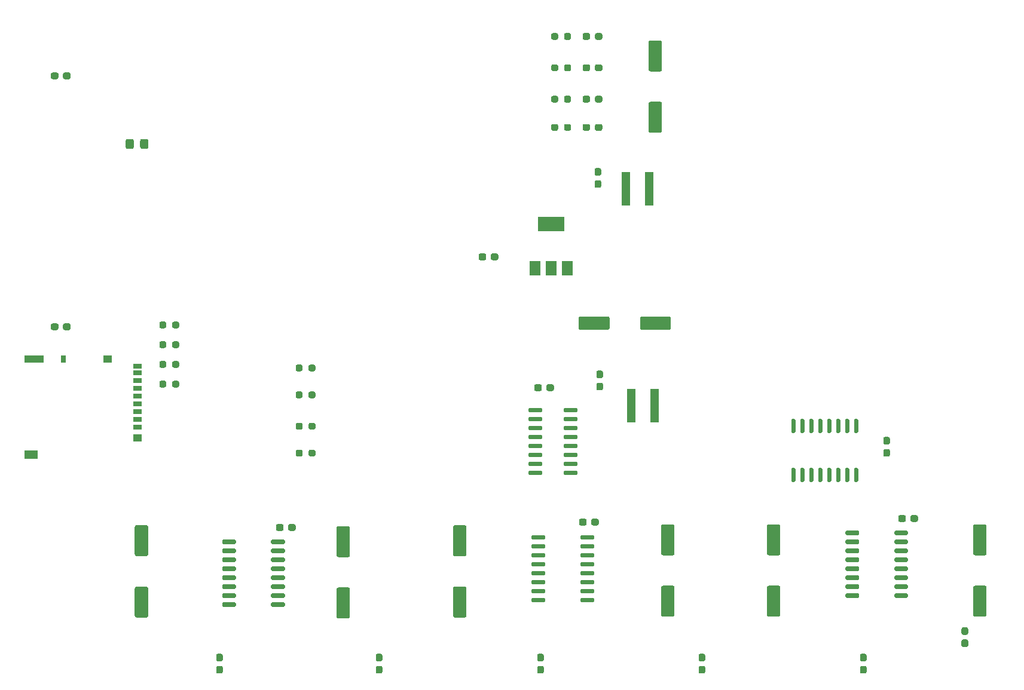
<source format=gtp>
G04 #@! TF.GenerationSoftware,KiCad,Pcbnew,(5.1.9)-1*
G04 #@! TF.CreationDate,2021-03-09T19:40:00-06:00*
G04 #@! TF.ProjectId,BDringController,42447269-6e67-4436-9f6e-74726f6c6c65,rev?*
G04 #@! TF.SameCoordinates,Original*
G04 #@! TF.FileFunction,Paste,Top*
G04 #@! TF.FilePolarity,Positive*
%FSLAX46Y46*%
G04 Gerber Fmt 4.6, Leading zero omitted, Abs format (unit mm)*
G04 Created by KiCad (PCBNEW (5.1.9)-1) date 2021-03-09 19:40:00*
%MOMM*%
%LPD*%
G01*
G04 APERTURE LIST*
%ADD10R,1.900000X1.300000*%
%ADD11R,2.800000X1.000000*%
%ADD12R,0.800000X1.000000*%
%ADD13R,1.200000X1.000000*%
%ADD14R,1.200000X0.700000*%
%ADD15R,1.200000X4.700000*%
%ADD16R,1.500000X2.000000*%
%ADD17R,3.800000X2.000000*%
G04 APERTURE END LIST*
G36*
G01*
X83395000Y-79264500D02*
X83395000Y-79739500D01*
G75*
G02*
X83157500Y-79977000I-237500J0D01*
G01*
X82657500Y-79977000D01*
G75*
G02*
X82420000Y-79739500I0J237500D01*
G01*
X82420000Y-79264500D01*
G75*
G02*
X82657500Y-79027000I237500J0D01*
G01*
X83157500Y-79027000D01*
G75*
G02*
X83395000Y-79264500I0J-237500D01*
G01*
G37*
G36*
G01*
X85220000Y-79264500D02*
X85220000Y-79739500D01*
G75*
G02*
X84982500Y-79977000I-237500J0D01*
G01*
X84482500Y-79977000D01*
G75*
G02*
X84245000Y-79739500I0J237500D01*
G01*
X84245000Y-79264500D01*
G75*
G02*
X84482500Y-79027000I237500J0D01*
G01*
X84982500Y-79027000D01*
G75*
G02*
X85220000Y-79264500I0J-237500D01*
G01*
G37*
G36*
G01*
X196262500Y-124075000D02*
X196737500Y-124075000D01*
G75*
G02*
X196975000Y-124312500I0J-237500D01*
G01*
X196975000Y-124912500D01*
G75*
G02*
X196737500Y-125150000I-237500J0D01*
G01*
X196262500Y-125150000D01*
G75*
G02*
X196025000Y-124912500I0J237500D01*
G01*
X196025000Y-124312500D01*
G75*
G02*
X196262500Y-124075000I237500J0D01*
G01*
G37*
G36*
G01*
X196262500Y-122350000D02*
X196737500Y-122350000D01*
G75*
G02*
X196975000Y-122587500I0J-237500D01*
G01*
X196975000Y-123187500D01*
G75*
G02*
X196737500Y-123425000I-237500J0D01*
G01*
X196262500Y-123425000D01*
G75*
G02*
X196025000Y-123187500I0J237500D01*
G01*
X196025000Y-122587500D01*
G75*
G02*
X196262500Y-122350000I237500J0D01*
G01*
G37*
G36*
G01*
X181880500Y-127833000D02*
X182355500Y-127833000D01*
G75*
G02*
X182593000Y-128070500I0J-237500D01*
G01*
X182593000Y-128670500D01*
G75*
G02*
X182355500Y-128908000I-237500J0D01*
G01*
X181880500Y-128908000D01*
G75*
G02*
X181643000Y-128670500I0J237500D01*
G01*
X181643000Y-128070500D01*
G75*
G02*
X181880500Y-127833000I237500J0D01*
G01*
G37*
G36*
G01*
X181880500Y-126108000D02*
X182355500Y-126108000D01*
G75*
G02*
X182593000Y-126345500I0J-237500D01*
G01*
X182593000Y-126945500D01*
G75*
G02*
X182355500Y-127183000I-237500J0D01*
G01*
X181880500Y-127183000D01*
G75*
G02*
X181643000Y-126945500I0J237500D01*
G01*
X181643000Y-126345500D01*
G75*
G02*
X181880500Y-126108000I237500J0D01*
G01*
G37*
G36*
G01*
X159020500Y-127833000D02*
X159495500Y-127833000D01*
G75*
G02*
X159733000Y-128070500I0J-237500D01*
G01*
X159733000Y-128670500D01*
G75*
G02*
X159495500Y-128908000I-237500J0D01*
G01*
X159020500Y-128908000D01*
G75*
G02*
X158783000Y-128670500I0J237500D01*
G01*
X158783000Y-128070500D01*
G75*
G02*
X159020500Y-127833000I237500J0D01*
G01*
G37*
G36*
G01*
X159020500Y-126108000D02*
X159495500Y-126108000D01*
G75*
G02*
X159733000Y-126345500I0J-237500D01*
G01*
X159733000Y-126945500D01*
G75*
G02*
X159495500Y-127183000I-237500J0D01*
G01*
X159020500Y-127183000D01*
G75*
G02*
X158783000Y-126945500I0J237500D01*
G01*
X158783000Y-126345500D01*
G75*
G02*
X159020500Y-126108000I237500J0D01*
G01*
G37*
G36*
G01*
X136160500Y-127833000D02*
X136635500Y-127833000D01*
G75*
G02*
X136873000Y-128070500I0J-237500D01*
G01*
X136873000Y-128670500D01*
G75*
G02*
X136635500Y-128908000I-237500J0D01*
G01*
X136160500Y-128908000D01*
G75*
G02*
X135923000Y-128670500I0J237500D01*
G01*
X135923000Y-128070500D01*
G75*
G02*
X136160500Y-127833000I237500J0D01*
G01*
G37*
G36*
G01*
X136160500Y-126108000D02*
X136635500Y-126108000D01*
G75*
G02*
X136873000Y-126345500I0J-237500D01*
G01*
X136873000Y-126945500D01*
G75*
G02*
X136635500Y-127183000I-237500J0D01*
G01*
X136160500Y-127183000D01*
G75*
G02*
X135923000Y-126945500I0J237500D01*
G01*
X135923000Y-126345500D01*
G75*
G02*
X136160500Y-126108000I237500J0D01*
G01*
G37*
G36*
G01*
X113300500Y-127833000D02*
X113775500Y-127833000D01*
G75*
G02*
X114013000Y-128070500I0J-237500D01*
G01*
X114013000Y-128670500D01*
G75*
G02*
X113775500Y-128908000I-237500J0D01*
G01*
X113300500Y-128908000D01*
G75*
G02*
X113063000Y-128670500I0J237500D01*
G01*
X113063000Y-128070500D01*
G75*
G02*
X113300500Y-127833000I237500J0D01*
G01*
G37*
G36*
G01*
X113300500Y-126108000D02*
X113775500Y-126108000D01*
G75*
G02*
X114013000Y-126345500I0J-237500D01*
G01*
X114013000Y-126945500D01*
G75*
G02*
X113775500Y-127183000I-237500J0D01*
G01*
X113300500Y-127183000D01*
G75*
G02*
X113063000Y-126945500I0J237500D01*
G01*
X113063000Y-126345500D01*
G75*
G02*
X113300500Y-126108000I237500J0D01*
G01*
G37*
G36*
G01*
X90694500Y-127833000D02*
X91169500Y-127833000D01*
G75*
G02*
X91407000Y-128070500I0J-237500D01*
G01*
X91407000Y-128670500D01*
G75*
G02*
X91169500Y-128908000I-237500J0D01*
G01*
X90694500Y-128908000D01*
G75*
G02*
X90457000Y-128670500I0J237500D01*
G01*
X90457000Y-128070500D01*
G75*
G02*
X90694500Y-127833000I237500J0D01*
G01*
G37*
G36*
G01*
X90694500Y-126108000D02*
X91169500Y-126108000D01*
G75*
G02*
X91407000Y-126345500I0J-237500D01*
G01*
X91407000Y-126945500D01*
G75*
G02*
X91169500Y-127183000I-237500J0D01*
G01*
X90694500Y-127183000D01*
G75*
G02*
X90457000Y-126945500I0J237500D01*
G01*
X90457000Y-126345500D01*
G75*
G02*
X90694500Y-126108000I237500J0D01*
G01*
G37*
G36*
G01*
X67053000Y-44433500D02*
X67053000Y-43958500D01*
G75*
G02*
X67290500Y-43721000I237500J0D01*
G01*
X67890500Y-43721000D01*
G75*
G02*
X68128000Y-43958500I0J-237500D01*
G01*
X68128000Y-44433500D01*
G75*
G02*
X67890500Y-44671000I-237500J0D01*
G01*
X67290500Y-44671000D01*
G75*
G02*
X67053000Y-44433500I0J237500D01*
G01*
G37*
G36*
G01*
X68778000Y-44433500D02*
X68778000Y-43958500D01*
G75*
G02*
X69015500Y-43721000I237500J0D01*
G01*
X69615500Y-43721000D01*
G75*
G02*
X69853000Y-43958500I0J-237500D01*
G01*
X69853000Y-44433500D01*
G75*
G02*
X69615500Y-44671000I-237500J0D01*
G01*
X69015500Y-44671000D01*
G75*
G02*
X68778000Y-44433500I0J237500D01*
G01*
G37*
G36*
G01*
X68128000Y-79518500D02*
X68128000Y-79993500D01*
G75*
G02*
X67890500Y-80231000I-237500J0D01*
G01*
X67290500Y-80231000D01*
G75*
G02*
X67053000Y-79993500I0J237500D01*
G01*
X67053000Y-79518500D01*
G75*
G02*
X67290500Y-79281000I237500J0D01*
G01*
X67890500Y-79281000D01*
G75*
G02*
X68128000Y-79518500I0J-237500D01*
G01*
G37*
G36*
G01*
X69853000Y-79518500D02*
X69853000Y-79993500D01*
G75*
G02*
X69615500Y-80231000I-237500J0D01*
G01*
X69015500Y-80231000D01*
G75*
G02*
X68778000Y-79993500I0J237500D01*
G01*
X68778000Y-79518500D01*
G75*
G02*
X69015500Y-79281000I237500J0D01*
G01*
X69615500Y-79281000D01*
G75*
G02*
X69853000Y-79518500I0J-237500D01*
G01*
G37*
G36*
G01*
X144763500Y-60074000D02*
X144288500Y-60074000D01*
G75*
G02*
X144051000Y-59836500I0J237500D01*
G01*
X144051000Y-59236500D01*
G75*
G02*
X144288500Y-58999000I237500J0D01*
G01*
X144763500Y-58999000D01*
G75*
G02*
X145001000Y-59236500I0J-237500D01*
G01*
X145001000Y-59836500D01*
G75*
G02*
X144763500Y-60074000I-237500J0D01*
G01*
G37*
G36*
G01*
X144763500Y-58349000D02*
X144288500Y-58349000D01*
G75*
G02*
X144051000Y-58111500I0J237500D01*
G01*
X144051000Y-57511500D01*
G75*
G02*
X144288500Y-57274000I237500J0D01*
G01*
X144763500Y-57274000D01*
G75*
G02*
X145001000Y-57511500I0J-237500D01*
G01*
X145001000Y-58111500D01*
G75*
G02*
X144763500Y-58349000I-237500J0D01*
G01*
G37*
G36*
G01*
X145017500Y-87051000D02*
X144542500Y-87051000D01*
G75*
G02*
X144305000Y-86813500I0J237500D01*
G01*
X144305000Y-86213500D01*
G75*
G02*
X144542500Y-85976000I237500J0D01*
G01*
X145017500Y-85976000D01*
G75*
G02*
X145255000Y-86213500I0J-237500D01*
G01*
X145255000Y-86813500D01*
G75*
G02*
X145017500Y-87051000I-237500J0D01*
G01*
G37*
G36*
G01*
X145017500Y-88776000D02*
X144542500Y-88776000D01*
G75*
G02*
X144305000Y-88538500I0J237500D01*
G01*
X144305000Y-87938500D01*
G75*
G02*
X144542500Y-87701000I237500J0D01*
G01*
X145017500Y-87701000D01*
G75*
G02*
X145255000Y-87938500I0J-237500D01*
G01*
X145255000Y-88538500D01*
G75*
G02*
X145017500Y-88776000I-237500J0D01*
G01*
G37*
G36*
G01*
X129357000Y-70087500D02*
X129357000Y-69612500D01*
G75*
G02*
X129594500Y-69375000I237500J0D01*
G01*
X130194500Y-69375000D01*
G75*
G02*
X130432000Y-69612500I0J-237500D01*
G01*
X130432000Y-70087500D01*
G75*
G02*
X130194500Y-70325000I-237500J0D01*
G01*
X129594500Y-70325000D01*
G75*
G02*
X129357000Y-70087500I0J237500D01*
G01*
G37*
G36*
G01*
X127632000Y-70087500D02*
X127632000Y-69612500D01*
G75*
G02*
X127869500Y-69375000I237500J0D01*
G01*
X128469500Y-69375000D01*
G75*
G02*
X128707000Y-69612500I0J-237500D01*
G01*
X128707000Y-70087500D01*
G75*
G02*
X128469500Y-70325000I-237500J0D01*
G01*
X127869500Y-70325000D01*
G75*
G02*
X127632000Y-70087500I0J237500D01*
G01*
G37*
G36*
G01*
X100005000Y-107966500D02*
X100005000Y-108441500D01*
G75*
G02*
X99767500Y-108679000I-237500J0D01*
G01*
X99167500Y-108679000D01*
G75*
G02*
X98930000Y-108441500I0J237500D01*
G01*
X98930000Y-107966500D01*
G75*
G02*
X99167500Y-107729000I237500J0D01*
G01*
X99767500Y-107729000D01*
G75*
G02*
X100005000Y-107966500I0J-237500D01*
G01*
G37*
G36*
G01*
X101730000Y-107966500D02*
X101730000Y-108441500D01*
G75*
G02*
X101492500Y-108679000I-237500J0D01*
G01*
X100892500Y-108679000D01*
G75*
G02*
X100655000Y-108441500I0J237500D01*
G01*
X100655000Y-107966500D01*
G75*
G02*
X100892500Y-107729000I237500J0D01*
G01*
X101492500Y-107729000D01*
G75*
G02*
X101730000Y-107966500I0J-237500D01*
G01*
G37*
G36*
G01*
X188143000Y-106696500D02*
X188143000Y-107171500D01*
G75*
G02*
X187905500Y-107409000I-237500J0D01*
G01*
X187305500Y-107409000D01*
G75*
G02*
X187068000Y-107171500I0J237500D01*
G01*
X187068000Y-106696500D01*
G75*
G02*
X187305500Y-106459000I237500J0D01*
G01*
X187905500Y-106459000D01*
G75*
G02*
X188143000Y-106696500I0J-237500D01*
G01*
G37*
G36*
G01*
X189868000Y-106696500D02*
X189868000Y-107171500D01*
G75*
G02*
X189630500Y-107409000I-237500J0D01*
G01*
X189030500Y-107409000D01*
G75*
G02*
X188793000Y-107171500I0J237500D01*
G01*
X188793000Y-106696500D01*
G75*
G02*
X189030500Y-106459000I237500J0D01*
G01*
X189630500Y-106459000D01*
G75*
G02*
X189868000Y-106696500I0J-237500D01*
G01*
G37*
G36*
G01*
X185182500Y-95374000D02*
X185657500Y-95374000D01*
G75*
G02*
X185895000Y-95611500I0J-237500D01*
G01*
X185895000Y-96211500D01*
G75*
G02*
X185657500Y-96449000I-237500J0D01*
G01*
X185182500Y-96449000D01*
G75*
G02*
X184945000Y-96211500I0J237500D01*
G01*
X184945000Y-95611500D01*
G75*
G02*
X185182500Y-95374000I237500J0D01*
G01*
G37*
G36*
G01*
X185182500Y-97099000D02*
X185657500Y-97099000D01*
G75*
G02*
X185895000Y-97336500I0J-237500D01*
G01*
X185895000Y-97936500D01*
G75*
G02*
X185657500Y-98174000I-237500J0D01*
G01*
X185182500Y-98174000D01*
G75*
G02*
X184945000Y-97936500I0J237500D01*
G01*
X184945000Y-97336500D01*
G75*
G02*
X185182500Y-97099000I237500J0D01*
G01*
G37*
G36*
G01*
X144656000Y-107204500D02*
X144656000Y-107679500D01*
G75*
G02*
X144418500Y-107917000I-237500J0D01*
G01*
X143818500Y-107917000D01*
G75*
G02*
X143581000Y-107679500I0J237500D01*
G01*
X143581000Y-107204500D01*
G75*
G02*
X143818500Y-106967000I237500J0D01*
G01*
X144418500Y-106967000D01*
G75*
G02*
X144656000Y-107204500I0J-237500D01*
G01*
G37*
G36*
G01*
X142931000Y-107204500D02*
X142931000Y-107679500D01*
G75*
G02*
X142693500Y-107917000I-237500J0D01*
G01*
X142093500Y-107917000D01*
G75*
G02*
X141856000Y-107679500I0J237500D01*
G01*
X141856000Y-107204500D01*
G75*
G02*
X142093500Y-106967000I237500J0D01*
G01*
X142693500Y-106967000D01*
G75*
G02*
X142931000Y-107204500I0J-237500D01*
G01*
G37*
G36*
G01*
X77648000Y-54298001D02*
X77648000Y-53397999D01*
G75*
G02*
X77897999Y-53148000I249999J0D01*
G01*
X78548001Y-53148000D01*
G75*
G02*
X78798000Y-53397999I0J-249999D01*
G01*
X78798000Y-54298001D01*
G75*
G02*
X78548001Y-54548000I-249999J0D01*
G01*
X77897999Y-54548000D01*
G75*
G02*
X77648000Y-54298001I0J249999D01*
G01*
G37*
G36*
G01*
X79698000Y-54298001D02*
X79698000Y-53397999D01*
G75*
G02*
X79947999Y-53148000I249999J0D01*
G01*
X80598001Y-53148000D01*
G75*
G02*
X80848000Y-53397999I0J-249999D01*
G01*
X80848000Y-54298001D01*
G75*
G02*
X80598001Y-54548000I-249999J0D01*
G01*
X79947999Y-54548000D01*
G75*
G02*
X79698000Y-54298001I0J249999D01*
G01*
G37*
G36*
G01*
X145164000Y-38370500D02*
X145164000Y-38845500D01*
G75*
G02*
X144926500Y-39083000I-237500J0D01*
G01*
X144351500Y-39083000D01*
G75*
G02*
X144114000Y-38845500I0J237500D01*
G01*
X144114000Y-38370500D01*
G75*
G02*
X144351500Y-38133000I237500J0D01*
G01*
X144926500Y-38133000D01*
G75*
G02*
X145164000Y-38370500I0J-237500D01*
G01*
G37*
G36*
G01*
X143414000Y-38370500D02*
X143414000Y-38845500D01*
G75*
G02*
X143176500Y-39083000I-237500J0D01*
G01*
X142601500Y-39083000D01*
G75*
G02*
X142364000Y-38845500I0J237500D01*
G01*
X142364000Y-38370500D01*
G75*
G02*
X142601500Y-38133000I237500J0D01*
G01*
X143176500Y-38133000D01*
G75*
G02*
X143414000Y-38370500I0J-237500D01*
G01*
G37*
G36*
G01*
X143414000Y-47260500D02*
X143414000Y-47735500D01*
G75*
G02*
X143176500Y-47973000I-237500J0D01*
G01*
X142601500Y-47973000D01*
G75*
G02*
X142364000Y-47735500I0J237500D01*
G01*
X142364000Y-47260500D01*
G75*
G02*
X142601500Y-47023000I237500J0D01*
G01*
X143176500Y-47023000D01*
G75*
G02*
X143414000Y-47260500I0J-237500D01*
G01*
G37*
G36*
G01*
X145164000Y-47260500D02*
X145164000Y-47735500D01*
G75*
G02*
X144926500Y-47973000I-237500J0D01*
G01*
X144351500Y-47973000D01*
G75*
G02*
X144114000Y-47735500I0J237500D01*
G01*
X144114000Y-47260500D01*
G75*
G02*
X144351500Y-47023000I237500J0D01*
G01*
X144926500Y-47023000D01*
G75*
G02*
X145164000Y-47260500I0J-237500D01*
G01*
G37*
G36*
G01*
X145164000Y-42815500D02*
X145164000Y-43290500D01*
G75*
G02*
X144926500Y-43528000I-237500J0D01*
G01*
X144351500Y-43528000D01*
G75*
G02*
X144114000Y-43290500I0J237500D01*
G01*
X144114000Y-42815500D01*
G75*
G02*
X144351500Y-42578000I237500J0D01*
G01*
X144926500Y-42578000D01*
G75*
G02*
X145164000Y-42815500I0J-237500D01*
G01*
G37*
G36*
G01*
X143414000Y-42815500D02*
X143414000Y-43290500D01*
G75*
G02*
X143176500Y-43528000I-237500J0D01*
G01*
X142601500Y-43528000D01*
G75*
G02*
X142364000Y-43290500I0J237500D01*
G01*
X142364000Y-42815500D01*
G75*
G02*
X142601500Y-42578000I237500J0D01*
G01*
X143176500Y-42578000D01*
G75*
G02*
X143414000Y-42815500I0J-237500D01*
G01*
G37*
G36*
G01*
X143414000Y-51262500D02*
X143414000Y-51737500D01*
G75*
G02*
X143176500Y-51975000I-237500J0D01*
G01*
X142601500Y-51975000D01*
G75*
G02*
X142364000Y-51737500I0J237500D01*
G01*
X142364000Y-51262500D01*
G75*
G02*
X142601500Y-51025000I237500J0D01*
G01*
X143176500Y-51025000D01*
G75*
G02*
X143414000Y-51262500I0J-237500D01*
G01*
G37*
G36*
G01*
X145164000Y-51262500D02*
X145164000Y-51737500D01*
G75*
G02*
X144926500Y-51975000I-237500J0D01*
G01*
X144351500Y-51975000D01*
G75*
G02*
X144114000Y-51737500I0J237500D01*
G01*
X144114000Y-51262500D01*
G75*
G02*
X144351500Y-51025000I237500J0D01*
G01*
X144926500Y-51025000D01*
G75*
G02*
X145164000Y-51262500I0J-237500D01*
G01*
G37*
D10*
X64253000Y-97861000D03*
D11*
X64703000Y-84361000D03*
D12*
X68853000Y-84361000D03*
D13*
X75053000Y-84361000D03*
X79353000Y-95511000D03*
D14*
X79353000Y-87361000D03*
X79353000Y-88461000D03*
X79353000Y-89561000D03*
X79353000Y-90661000D03*
X79353000Y-91761000D03*
X79353000Y-92861000D03*
X79353000Y-93961000D03*
X79353000Y-86261000D03*
X79353000Y-85311000D03*
D15*
X148459000Y-60198000D03*
X151769000Y-60198000D03*
X152531000Y-90932000D03*
X149221000Y-90932000D03*
G36*
G01*
X103549000Y-85835500D02*
X103549000Y-85360500D01*
G75*
G02*
X103786500Y-85123000I237500J0D01*
G01*
X104286500Y-85123000D01*
G75*
G02*
X104524000Y-85360500I0J-237500D01*
G01*
X104524000Y-85835500D01*
G75*
G02*
X104286500Y-86073000I-237500J0D01*
G01*
X103786500Y-86073000D01*
G75*
G02*
X103549000Y-85835500I0J237500D01*
G01*
G37*
G36*
G01*
X101724000Y-85835500D02*
X101724000Y-85360500D01*
G75*
G02*
X101961500Y-85123000I237500J0D01*
G01*
X102461500Y-85123000D01*
G75*
G02*
X102699000Y-85360500I0J-237500D01*
G01*
X102699000Y-85835500D01*
G75*
G02*
X102461500Y-86073000I-237500J0D01*
G01*
X101961500Y-86073000D01*
G75*
G02*
X101724000Y-85835500I0J237500D01*
G01*
G37*
G36*
G01*
X101724000Y-89645500D02*
X101724000Y-89170500D01*
G75*
G02*
X101961500Y-88933000I237500J0D01*
G01*
X102461500Y-88933000D01*
G75*
G02*
X102699000Y-89170500I0J-237500D01*
G01*
X102699000Y-89645500D01*
G75*
G02*
X102461500Y-89883000I-237500J0D01*
G01*
X101961500Y-89883000D01*
G75*
G02*
X101724000Y-89645500I0J237500D01*
G01*
G37*
G36*
G01*
X103549000Y-89645500D02*
X103549000Y-89170500D01*
G75*
G02*
X103786500Y-88933000I237500J0D01*
G01*
X104286500Y-88933000D01*
G75*
G02*
X104524000Y-89170500I0J-237500D01*
G01*
X104524000Y-89645500D01*
G75*
G02*
X104286500Y-89883000I-237500J0D01*
G01*
X103786500Y-89883000D01*
G75*
G02*
X103549000Y-89645500I0J237500D01*
G01*
G37*
G36*
G01*
X103549000Y-94090500D02*
X103549000Y-93615500D01*
G75*
G02*
X103786500Y-93378000I237500J0D01*
G01*
X104286500Y-93378000D01*
G75*
G02*
X104524000Y-93615500I0J-237500D01*
G01*
X104524000Y-94090500D01*
G75*
G02*
X104286500Y-94328000I-237500J0D01*
G01*
X103786500Y-94328000D01*
G75*
G02*
X103549000Y-94090500I0J237500D01*
G01*
G37*
G36*
G01*
X101724000Y-94090500D02*
X101724000Y-93615500D01*
G75*
G02*
X101961500Y-93378000I237500J0D01*
G01*
X102461500Y-93378000D01*
G75*
G02*
X102699000Y-93615500I0J-237500D01*
G01*
X102699000Y-94090500D01*
G75*
G02*
X102461500Y-94328000I-237500J0D01*
G01*
X101961500Y-94328000D01*
G75*
G02*
X101724000Y-94090500I0J237500D01*
G01*
G37*
G36*
G01*
X101724000Y-97900500D02*
X101724000Y-97425500D01*
G75*
G02*
X101961500Y-97188000I237500J0D01*
G01*
X102461500Y-97188000D01*
G75*
G02*
X102699000Y-97425500I0J-237500D01*
G01*
X102699000Y-97900500D01*
G75*
G02*
X102461500Y-98138000I-237500J0D01*
G01*
X101961500Y-98138000D01*
G75*
G02*
X101724000Y-97900500I0J237500D01*
G01*
G37*
G36*
G01*
X103549000Y-97900500D02*
X103549000Y-97425500D01*
G75*
G02*
X103786500Y-97188000I237500J0D01*
G01*
X104286500Y-97188000D01*
G75*
G02*
X104524000Y-97425500I0J-237500D01*
G01*
X104524000Y-97900500D01*
G75*
G02*
X104286500Y-98138000I-237500J0D01*
G01*
X103786500Y-98138000D01*
G75*
G02*
X103549000Y-97900500I0J237500D01*
G01*
G37*
G36*
G01*
X140719000Y-38370500D02*
X140719000Y-38845500D01*
G75*
G02*
X140481500Y-39083000I-237500J0D01*
G01*
X139981500Y-39083000D01*
G75*
G02*
X139744000Y-38845500I0J237500D01*
G01*
X139744000Y-38370500D01*
G75*
G02*
X139981500Y-38133000I237500J0D01*
G01*
X140481500Y-38133000D01*
G75*
G02*
X140719000Y-38370500I0J-237500D01*
G01*
G37*
G36*
G01*
X138894000Y-38370500D02*
X138894000Y-38845500D01*
G75*
G02*
X138656500Y-39083000I-237500J0D01*
G01*
X138156500Y-39083000D01*
G75*
G02*
X137919000Y-38845500I0J237500D01*
G01*
X137919000Y-38370500D01*
G75*
G02*
X138156500Y-38133000I237500J0D01*
G01*
X138656500Y-38133000D01*
G75*
G02*
X138894000Y-38370500I0J-237500D01*
G01*
G37*
G36*
G01*
X138894000Y-47260500D02*
X138894000Y-47735500D01*
G75*
G02*
X138656500Y-47973000I-237500J0D01*
G01*
X138156500Y-47973000D01*
G75*
G02*
X137919000Y-47735500I0J237500D01*
G01*
X137919000Y-47260500D01*
G75*
G02*
X138156500Y-47023000I237500J0D01*
G01*
X138656500Y-47023000D01*
G75*
G02*
X138894000Y-47260500I0J-237500D01*
G01*
G37*
G36*
G01*
X140719000Y-47260500D02*
X140719000Y-47735500D01*
G75*
G02*
X140481500Y-47973000I-237500J0D01*
G01*
X139981500Y-47973000D01*
G75*
G02*
X139744000Y-47735500I0J237500D01*
G01*
X139744000Y-47260500D01*
G75*
G02*
X139981500Y-47023000I237500J0D01*
G01*
X140481500Y-47023000D01*
G75*
G02*
X140719000Y-47260500I0J-237500D01*
G01*
G37*
G36*
G01*
X138894000Y-42815500D02*
X138894000Y-43290500D01*
G75*
G02*
X138656500Y-43528000I-237500J0D01*
G01*
X138156500Y-43528000D01*
G75*
G02*
X137919000Y-43290500I0J237500D01*
G01*
X137919000Y-42815500D01*
G75*
G02*
X138156500Y-42578000I237500J0D01*
G01*
X138656500Y-42578000D01*
G75*
G02*
X138894000Y-42815500I0J-237500D01*
G01*
G37*
G36*
G01*
X140719000Y-42815500D02*
X140719000Y-43290500D01*
G75*
G02*
X140481500Y-43528000I-237500J0D01*
G01*
X139981500Y-43528000D01*
G75*
G02*
X139744000Y-43290500I0J237500D01*
G01*
X139744000Y-42815500D01*
G75*
G02*
X139981500Y-42578000I237500J0D01*
G01*
X140481500Y-42578000D01*
G75*
G02*
X140719000Y-42815500I0J-237500D01*
G01*
G37*
G36*
G01*
X140719000Y-51262500D02*
X140719000Y-51737500D01*
G75*
G02*
X140481500Y-51975000I-237500J0D01*
G01*
X139981500Y-51975000D01*
G75*
G02*
X139744000Y-51737500I0J237500D01*
G01*
X139744000Y-51262500D01*
G75*
G02*
X139981500Y-51025000I237500J0D01*
G01*
X140481500Y-51025000D01*
G75*
G02*
X140719000Y-51262500I0J-237500D01*
G01*
G37*
G36*
G01*
X138894000Y-51262500D02*
X138894000Y-51737500D01*
G75*
G02*
X138656500Y-51975000I-237500J0D01*
G01*
X138156500Y-51975000D01*
G75*
G02*
X137919000Y-51737500I0J237500D01*
G01*
X137919000Y-51262500D01*
G75*
G02*
X138156500Y-51025000I237500J0D01*
G01*
X138656500Y-51025000D01*
G75*
G02*
X138894000Y-51262500I0J-237500D01*
G01*
G37*
G36*
G01*
X134676000Y-91717000D02*
X134676000Y-91417000D01*
G75*
G02*
X134826000Y-91267000I150000J0D01*
G01*
X136526000Y-91267000D01*
G75*
G02*
X136676000Y-91417000I0J-150000D01*
G01*
X136676000Y-91717000D01*
G75*
G02*
X136526000Y-91867000I-150000J0D01*
G01*
X134826000Y-91867000D01*
G75*
G02*
X134676000Y-91717000I0J150000D01*
G01*
G37*
G36*
G01*
X134676000Y-92987000D02*
X134676000Y-92687000D01*
G75*
G02*
X134826000Y-92537000I150000J0D01*
G01*
X136526000Y-92537000D01*
G75*
G02*
X136676000Y-92687000I0J-150000D01*
G01*
X136676000Y-92987000D01*
G75*
G02*
X136526000Y-93137000I-150000J0D01*
G01*
X134826000Y-93137000D01*
G75*
G02*
X134676000Y-92987000I0J150000D01*
G01*
G37*
G36*
G01*
X134676000Y-94257000D02*
X134676000Y-93957000D01*
G75*
G02*
X134826000Y-93807000I150000J0D01*
G01*
X136526000Y-93807000D01*
G75*
G02*
X136676000Y-93957000I0J-150000D01*
G01*
X136676000Y-94257000D01*
G75*
G02*
X136526000Y-94407000I-150000J0D01*
G01*
X134826000Y-94407000D01*
G75*
G02*
X134676000Y-94257000I0J150000D01*
G01*
G37*
G36*
G01*
X134676000Y-95527000D02*
X134676000Y-95227000D01*
G75*
G02*
X134826000Y-95077000I150000J0D01*
G01*
X136526000Y-95077000D01*
G75*
G02*
X136676000Y-95227000I0J-150000D01*
G01*
X136676000Y-95527000D01*
G75*
G02*
X136526000Y-95677000I-150000J0D01*
G01*
X134826000Y-95677000D01*
G75*
G02*
X134676000Y-95527000I0J150000D01*
G01*
G37*
G36*
G01*
X134676000Y-96797000D02*
X134676000Y-96497000D01*
G75*
G02*
X134826000Y-96347000I150000J0D01*
G01*
X136526000Y-96347000D01*
G75*
G02*
X136676000Y-96497000I0J-150000D01*
G01*
X136676000Y-96797000D01*
G75*
G02*
X136526000Y-96947000I-150000J0D01*
G01*
X134826000Y-96947000D01*
G75*
G02*
X134676000Y-96797000I0J150000D01*
G01*
G37*
G36*
G01*
X134676000Y-98067000D02*
X134676000Y-97767000D01*
G75*
G02*
X134826000Y-97617000I150000J0D01*
G01*
X136526000Y-97617000D01*
G75*
G02*
X136676000Y-97767000I0J-150000D01*
G01*
X136676000Y-98067000D01*
G75*
G02*
X136526000Y-98217000I-150000J0D01*
G01*
X134826000Y-98217000D01*
G75*
G02*
X134676000Y-98067000I0J150000D01*
G01*
G37*
G36*
G01*
X134676000Y-99337000D02*
X134676000Y-99037000D01*
G75*
G02*
X134826000Y-98887000I150000J0D01*
G01*
X136526000Y-98887000D01*
G75*
G02*
X136676000Y-99037000I0J-150000D01*
G01*
X136676000Y-99337000D01*
G75*
G02*
X136526000Y-99487000I-150000J0D01*
G01*
X134826000Y-99487000D01*
G75*
G02*
X134676000Y-99337000I0J150000D01*
G01*
G37*
G36*
G01*
X134676000Y-100607000D02*
X134676000Y-100307000D01*
G75*
G02*
X134826000Y-100157000I150000J0D01*
G01*
X136526000Y-100157000D01*
G75*
G02*
X136676000Y-100307000I0J-150000D01*
G01*
X136676000Y-100607000D01*
G75*
G02*
X136526000Y-100757000I-150000J0D01*
G01*
X134826000Y-100757000D01*
G75*
G02*
X134676000Y-100607000I0J150000D01*
G01*
G37*
G36*
G01*
X139676000Y-100607000D02*
X139676000Y-100307000D01*
G75*
G02*
X139826000Y-100157000I150000J0D01*
G01*
X141526000Y-100157000D01*
G75*
G02*
X141676000Y-100307000I0J-150000D01*
G01*
X141676000Y-100607000D01*
G75*
G02*
X141526000Y-100757000I-150000J0D01*
G01*
X139826000Y-100757000D01*
G75*
G02*
X139676000Y-100607000I0J150000D01*
G01*
G37*
G36*
G01*
X139676000Y-99337000D02*
X139676000Y-99037000D01*
G75*
G02*
X139826000Y-98887000I150000J0D01*
G01*
X141526000Y-98887000D01*
G75*
G02*
X141676000Y-99037000I0J-150000D01*
G01*
X141676000Y-99337000D01*
G75*
G02*
X141526000Y-99487000I-150000J0D01*
G01*
X139826000Y-99487000D01*
G75*
G02*
X139676000Y-99337000I0J150000D01*
G01*
G37*
G36*
G01*
X139676000Y-98067000D02*
X139676000Y-97767000D01*
G75*
G02*
X139826000Y-97617000I150000J0D01*
G01*
X141526000Y-97617000D01*
G75*
G02*
X141676000Y-97767000I0J-150000D01*
G01*
X141676000Y-98067000D01*
G75*
G02*
X141526000Y-98217000I-150000J0D01*
G01*
X139826000Y-98217000D01*
G75*
G02*
X139676000Y-98067000I0J150000D01*
G01*
G37*
G36*
G01*
X139676000Y-96797000D02*
X139676000Y-96497000D01*
G75*
G02*
X139826000Y-96347000I150000J0D01*
G01*
X141526000Y-96347000D01*
G75*
G02*
X141676000Y-96497000I0J-150000D01*
G01*
X141676000Y-96797000D01*
G75*
G02*
X141526000Y-96947000I-150000J0D01*
G01*
X139826000Y-96947000D01*
G75*
G02*
X139676000Y-96797000I0J150000D01*
G01*
G37*
G36*
G01*
X139676000Y-95527000D02*
X139676000Y-95227000D01*
G75*
G02*
X139826000Y-95077000I150000J0D01*
G01*
X141526000Y-95077000D01*
G75*
G02*
X141676000Y-95227000I0J-150000D01*
G01*
X141676000Y-95527000D01*
G75*
G02*
X141526000Y-95677000I-150000J0D01*
G01*
X139826000Y-95677000D01*
G75*
G02*
X139676000Y-95527000I0J150000D01*
G01*
G37*
G36*
G01*
X139676000Y-94257000D02*
X139676000Y-93957000D01*
G75*
G02*
X139826000Y-93807000I150000J0D01*
G01*
X141526000Y-93807000D01*
G75*
G02*
X141676000Y-93957000I0J-150000D01*
G01*
X141676000Y-94257000D01*
G75*
G02*
X141526000Y-94407000I-150000J0D01*
G01*
X139826000Y-94407000D01*
G75*
G02*
X139676000Y-94257000I0J150000D01*
G01*
G37*
G36*
G01*
X139676000Y-92987000D02*
X139676000Y-92687000D01*
G75*
G02*
X139826000Y-92537000I150000J0D01*
G01*
X141526000Y-92537000D01*
G75*
G02*
X141676000Y-92687000I0J-150000D01*
G01*
X141676000Y-92987000D01*
G75*
G02*
X141526000Y-93137000I-150000J0D01*
G01*
X139826000Y-93137000D01*
G75*
G02*
X139676000Y-92987000I0J150000D01*
G01*
G37*
G36*
G01*
X139676000Y-91717000D02*
X139676000Y-91417000D01*
G75*
G02*
X139826000Y-91267000I150000J0D01*
G01*
X141526000Y-91267000D01*
G75*
G02*
X141676000Y-91417000I0J-150000D01*
G01*
X141676000Y-91717000D01*
G75*
G02*
X141526000Y-91867000I-150000J0D01*
G01*
X139826000Y-91867000D01*
G75*
G02*
X139676000Y-91717000I0J150000D01*
G01*
G37*
D16*
X135622000Y-71476000D03*
X140222000Y-71476000D03*
X137922000Y-71476000D03*
D17*
X137922000Y-65176000D03*
G36*
G01*
X98233000Y-110386000D02*
X98233000Y-110086000D01*
G75*
G02*
X98383000Y-109936000I150000J0D01*
G01*
X100058000Y-109936000D01*
G75*
G02*
X100208000Y-110086000I0J-150000D01*
G01*
X100208000Y-110386000D01*
G75*
G02*
X100058000Y-110536000I-150000J0D01*
G01*
X98383000Y-110536000D01*
G75*
G02*
X98233000Y-110386000I0J150000D01*
G01*
G37*
G36*
G01*
X98233000Y-111656000D02*
X98233000Y-111356000D01*
G75*
G02*
X98383000Y-111206000I150000J0D01*
G01*
X100058000Y-111206000D01*
G75*
G02*
X100208000Y-111356000I0J-150000D01*
G01*
X100208000Y-111656000D01*
G75*
G02*
X100058000Y-111806000I-150000J0D01*
G01*
X98383000Y-111806000D01*
G75*
G02*
X98233000Y-111656000I0J150000D01*
G01*
G37*
G36*
G01*
X98233000Y-112926000D02*
X98233000Y-112626000D01*
G75*
G02*
X98383000Y-112476000I150000J0D01*
G01*
X100058000Y-112476000D01*
G75*
G02*
X100208000Y-112626000I0J-150000D01*
G01*
X100208000Y-112926000D01*
G75*
G02*
X100058000Y-113076000I-150000J0D01*
G01*
X98383000Y-113076000D01*
G75*
G02*
X98233000Y-112926000I0J150000D01*
G01*
G37*
G36*
G01*
X98233000Y-114196000D02*
X98233000Y-113896000D01*
G75*
G02*
X98383000Y-113746000I150000J0D01*
G01*
X100058000Y-113746000D01*
G75*
G02*
X100208000Y-113896000I0J-150000D01*
G01*
X100208000Y-114196000D01*
G75*
G02*
X100058000Y-114346000I-150000J0D01*
G01*
X98383000Y-114346000D01*
G75*
G02*
X98233000Y-114196000I0J150000D01*
G01*
G37*
G36*
G01*
X98233000Y-115466000D02*
X98233000Y-115166000D01*
G75*
G02*
X98383000Y-115016000I150000J0D01*
G01*
X100058000Y-115016000D01*
G75*
G02*
X100208000Y-115166000I0J-150000D01*
G01*
X100208000Y-115466000D01*
G75*
G02*
X100058000Y-115616000I-150000J0D01*
G01*
X98383000Y-115616000D01*
G75*
G02*
X98233000Y-115466000I0J150000D01*
G01*
G37*
G36*
G01*
X98233000Y-116736000D02*
X98233000Y-116436000D01*
G75*
G02*
X98383000Y-116286000I150000J0D01*
G01*
X100058000Y-116286000D01*
G75*
G02*
X100208000Y-116436000I0J-150000D01*
G01*
X100208000Y-116736000D01*
G75*
G02*
X100058000Y-116886000I-150000J0D01*
G01*
X98383000Y-116886000D01*
G75*
G02*
X98233000Y-116736000I0J150000D01*
G01*
G37*
G36*
G01*
X98233000Y-118006000D02*
X98233000Y-117706000D01*
G75*
G02*
X98383000Y-117556000I150000J0D01*
G01*
X100058000Y-117556000D01*
G75*
G02*
X100208000Y-117706000I0J-150000D01*
G01*
X100208000Y-118006000D01*
G75*
G02*
X100058000Y-118156000I-150000J0D01*
G01*
X98383000Y-118156000D01*
G75*
G02*
X98233000Y-118006000I0J150000D01*
G01*
G37*
G36*
G01*
X98233000Y-119276000D02*
X98233000Y-118976000D01*
G75*
G02*
X98383000Y-118826000I150000J0D01*
G01*
X100058000Y-118826000D01*
G75*
G02*
X100208000Y-118976000I0J-150000D01*
G01*
X100208000Y-119276000D01*
G75*
G02*
X100058000Y-119426000I-150000J0D01*
G01*
X98383000Y-119426000D01*
G75*
G02*
X98233000Y-119276000I0J150000D01*
G01*
G37*
G36*
G01*
X91308000Y-119276000D02*
X91308000Y-118976000D01*
G75*
G02*
X91458000Y-118826000I150000J0D01*
G01*
X93133000Y-118826000D01*
G75*
G02*
X93283000Y-118976000I0J-150000D01*
G01*
X93283000Y-119276000D01*
G75*
G02*
X93133000Y-119426000I-150000J0D01*
G01*
X91458000Y-119426000D01*
G75*
G02*
X91308000Y-119276000I0J150000D01*
G01*
G37*
G36*
G01*
X91308000Y-118006000D02*
X91308000Y-117706000D01*
G75*
G02*
X91458000Y-117556000I150000J0D01*
G01*
X93133000Y-117556000D01*
G75*
G02*
X93283000Y-117706000I0J-150000D01*
G01*
X93283000Y-118006000D01*
G75*
G02*
X93133000Y-118156000I-150000J0D01*
G01*
X91458000Y-118156000D01*
G75*
G02*
X91308000Y-118006000I0J150000D01*
G01*
G37*
G36*
G01*
X91308000Y-116736000D02*
X91308000Y-116436000D01*
G75*
G02*
X91458000Y-116286000I150000J0D01*
G01*
X93133000Y-116286000D01*
G75*
G02*
X93283000Y-116436000I0J-150000D01*
G01*
X93283000Y-116736000D01*
G75*
G02*
X93133000Y-116886000I-150000J0D01*
G01*
X91458000Y-116886000D01*
G75*
G02*
X91308000Y-116736000I0J150000D01*
G01*
G37*
G36*
G01*
X91308000Y-115466000D02*
X91308000Y-115166000D01*
G75*
G02*
X91458000Y-115016000I150000J0D01*
G01*
X93133000Y-115016000D01*
G75*
G02*
X93283000Y-115166000I0J-150000D01*
G01*
X93283000Y-115466000D01*
G75*
G02*
X93133000Y-115616000I-150000J0D01*
G01*
X91458000Y-115616000D01*
G75*
G02*
X91308000Y-115466000I0J150000D01*
G01*
G37*
G36*
G01*
X91308000Y-114196000D02*
X91308000Y-113896000D01*
G75*
G02*
X91458000Y-113746000I150000J0D01*
G01*
X93133000Y-113746000D01*
G75*
G02*
X93283000Y-113896000I0J-150000D01*
G01*
X93283000Y-114196000D01*
G75*
G02*
X93133000Y-114346000I-150000J0D01*
G01*
X91458000Y-114346000D01*
G75*
G02*
X91308000Y-114196000I0J150000D01*
G01*
G37*
G36*
G01*
X91308000Y-112926000D02*
X91308000Y-112626000D01*
G75*
G02*
X91458000Y-112476000I150000J0D01*
G01*
X93133000Y-112476000D01*
G75*
G02*
X93283000Y-112626000I0J-150000D01*
G01*
X93283000Y-112926000D01*
G75*
G02*
X93133000Y-113076000I-150000J0D01*
G01*
X91458000Y-113076000D01*
G75*
G02*
X91308000Y-112926000I0J150000D01*
G01*
G37*
G36*
G01*
X91308000Y-111656000D02*
X91308000Y-111356000D01*
G75*
G02*
X91458000Y-111206000I150000J0D01*
G01*
X93133000Y-111206000D01*
G75*
G02*
X93283000Y-111356000I0J-150000D01*
G01*
X93283000Y-111656000D01*
G75*
G02*
X93133000Y-111806000I-150000J0D01*
G01*
X91458000Y-111806000D01*
G75*
G02*
X91308000Y-111656000I0J150000D01*
G01*
G37*
G36*
G01*
X91308000Y-110386000D02*
X91308000Y-110086000D01*
G75*
G02*
X91458000Y-109936000I150000J0D01*
G01*
X93133000Y-109936000D01*
G75*
G02*
X93283000Y-110086000I0J-150000D01*
G01*
X93283000Y-110386000D01*
G75*
G02*
X93133000Y-110536000I-150000J0D01*
G01*
X91458000Y-110536000D01*
G75*
G02*
X91308000Y-110386000I0J150000D01*
G01*
G37*
G36*
G01*
X186498000Y-109116000D02*
X186498000Y-108816000D01*
G75*
G02*
X186648000Y-108666000I150000J0D01*
G01*
X188323000Y-108666000D01*
G75*
G02*
X188473000Y-108816000I0J-150000D01*
G01*
X188473000Y-109116000D01*
G75*
G02*
X188323000Y-109266000I-150000J0D01*
G01*
X186648000Y-109266000D01*
G75*
G02*
X186498000Y-109116000I0J150000D01*
G01*
G37*
G36*
G01*
X186498000Y-110386000D02*
X186498000Y-110086000D01*
G75*
G02*
X186648000Y-109936000I150000J0D01*
G01*
X188323000Y-109936000D01*
G75*
G02*
X188473000Y-110086000I0J-150000D01*
G01*
X188473000Y-110386000D01*
G75*
G02*
X188323000Y-110536000I-150000J0D01*
G01*
X186648000Y-110536000D01*
G75*
G02*
X186498000Y-110386000I0J150000D01*
G01*
G37*
G36*
G01*
X186498000Y-111656000D02*
X186498000Y-111356000D01*
G75*
G02*
X186648000Y-111206000I150000J0D01*
G01*
X188323000Y-111206000D01*
G75*
G02*
X188473000Y-111356000I0J-150000D01*
G01*
X188473000Y-111656000D01*
G75*
G02*
X188323000Y-111806000I-150000J0D01*
G01*
X186648000Y-111806000D01*
G75*
G02*
X186498000Y-111656000I0J150000D01*
G01*
G37*
G36*
G01*
X186498000Y-112926000D02*
X186498000Y-112626000D01*
G75*
G02*
X186648000Y-112476000I150000J0D01*
G01*
X188323000Y-112476000D01*
G75*
G02*
X188473000Y-112626000I0J-150000D01*
G01*
X188473000Y-112926000D01*
G75*
G02*
X188323000Y-113076000I-150000J0D01*
G01*
X186648000Y-113076000D01*
G75*
G02*
X186498000Y-112926000I0J150000D01*
G01*
G37*
G36*
G01*
X186498000Y-114196000D02*
X186498000Y-113896000D01*
G75*
G02*
X186648000Y-113746000I150000J0D01*
G01*
X188323000Y-113746000D01*
G75*
G02*
X188473000Y-113896000I0J-150000D01*
G01*
X188473000Y-114196000D01*
G75*
G02*
X188323000Y-114346000I-150000J0D01*
G01*
X186648000Y-114346000D01*
G75*
G02*
X186498000Y-114196000I0J150000D01*
G01*
G37*
G36*
G01*
X186498000Y-115466000D02*
X186498000Y-115166000D01*
G75*
G02*
X186648000Y-115016000I150000J0D01*
G01*
X188323000Y-115016000D01*
G75*
G02*
X188473000Y-115166000I0J-150000D01*
G01*
X188473000Y-115466000D01*
G75*
G02*
X188323000Y-115616000I-150000J0D01*
G01*
X186648000Y-115616000D01*
G75*
G02*
X186498000Y-115466000I0J150000D01*
G01*
G37*
G36*
G01*
X186498000Y-116736000D02*
X186498000Y-116436000D01*
G75*
G02*
X186648000Y-116286000I150000J0D01*
G01*
X188323000Y-116286000D01*
G75*
G02*
X188473000Y-116436000I0J-150000D01*
G01*
X188473000Y-116736000D01*
G75*
G02*
X188323000Y-116886000I-150000J0D01*
G01*
X186648000Y-116886000D01*
G75*
G02*
X186498000Y-116736000I0J150000D01*
G01*
G37*
G36*
G01*
X186498000Y-118006000D02*
X186498000Y-117706000D01*
G75*
G02*
X186648000Y-117556000I150000J0D01*
G01*
X188323000Y-117556000D01*
G75*
G02*
X188473000Y-117706000I0J-150000D01*
G01*
X188473000Y-118006000D01*
G75*
G02*
X188323000Y-118156000I-150000J0D01*
G01*
X186648000Y-118156000D01*
G75*
G02*
X186498000Y-118006000I0J150000D01*
G01*
G37*
G36*
G01*
X179573000Y-118006000D02*
X179573000Y-117706000D01*
G75*
G02*
X179723000Y-117556000I150000J0D01*
G01*
X181398000Y-117556000D01*
G75*
G02*
X181548000Y-117706000I0J-150000D01*
G01*
X181548000Y-118006000D01*
G75*
G02*
X181398000Y-118156000I-150000J0D01*
G01*
X179723000Y-118156000D01*
G75*
G02*
X179573000Y-118006000I0J150000D01*
G01*
G37*
G36*
G01*
X179573000Y-116736000D02*
X179573000Y-116436000D01*
G75*
G02*
X179723000Y-116286000I150000J0D01*
G01*
X181398000Y-116286000D01*
G75*
G02*
X181548000Y-116436000I0J-150000D01*
G01*
X181548000Y-116736000D01*
G75*
G02*
X181398000Y-116886000I-150000J0D01*
G01*
X179723000Y-116886000D01*
G75*
G02*
X179573000Y-116736000I0J150000D01*
G01*
G37*
G36*
G01*
X179573000Y-115466000D02*
X179573000Y-115166000D01*
G75*
G02*
X179723000Y-115016000I150000J0D01*
G01*
X181398000Y-115016000D01*
G75*
G02*
X181548000Y-115166000I0J-150000D01*
G01*
X181548000Y-115466000D01*
G75*
G02*
X181398000Y-115616000I-150000J0D01*
G01*
X179723000Y-115616000D01*
G75*
G02*
X179573000Y-115466000I0J150000D01*
G01*
G37*
G36*
G01*
X179573000Y-114196000D02*
X179573000Y-113896000D01*
G75*
G02*
X179723000Y-113746000I150000J0D01*
G01*
X181398000Y-113746000D01*
G75*
G02*
X181548000Y-113896000I0J-150000D01*
G01*
X181548000Y-114196000D01*
G75*
G02*
X181398000Y-114346000I-150000J0D01*
G01*
X179723000Y-114346000D01*
G75*
G02*
X179573000Y-114196000I0J150000D01*
G01*
G37*
G36*
G01*
X179573000Y-112926000D02*
X179573000Y-112626000D01*
G75*
G02*
X179723000Y-112476000I150000J0D01*
G01*
X181398000Y-112476000D01*
G75*
G02*
X181548000Y-112626000I0J-150000D01*
G01*
X181548000Y-112926000D01*
G75*
G02*
X181398000Y-113076000I-150000J0D01*
G01*
X179723000Y-113076000D01*
G75*
G02*
X179573000Y-112926000I0J150000D01*
G01*
G37*
G36*
G01*
X179573000Y-111656000D02*
X179573000Y-111356000D01*
G75*
G02*
X179723000Y-111206000I150000J0D01*
G01*
X181398000Y-111206000D01*
G75*
G02*
X181548000Y-111356000I0J-150000D01*
G01*
X181548000Y-111656000D01*
G75*
G02*
X181398000Y-111806000I-150000J0D01*
G01*
X179723000Y-111806000D01*
G75*
G02*
X179573000Y-111656000I0J150000D01*
G01*
G37*
G36*
G01*
X179573000Y-110386000D02*
X179573000Y-110086000D01*
G75*
G02*
X179723000Y-109936000I150000J0D01*
G01*
X181398000Y-109936000D01*
G75*
G02*
X181548000Y-110086000I0J-150000D01*
G01*
X181548000Y-110386000D01*
G75*
G02*
X181398000Y-110536000I-150000J0D01*
G01*
X179723000Y-110536000D01*
G75*
G02*
X179573000Y-110386000I0J150000D01*
G01*
G37*
G36*
G01*
X179573000Y-109116000D02*
X179573000Y-108816000D01*
G75*
G02*
X179723000Y-108666000I150000J0D01*
G01*
X181398000Y-108666000D01*
G75*
G02*
X181548000Y-108816000I0J-150000D01*
G01*
X181548000Y-109116000D01*
G75*
G02*
X181398000Y-109266000I-150000J0D01*
G01*
X179723000Y-109266000D01*
G75*
G02*
X179573000Y-109116000I0J150000D01*
G01*
G37*
G36*
G01*
X135123000Y-109751000D02*
X135123000Y-109451000D01*
G75*
G02*
X135273000Y-109301000I150000J0D01*
G01*
X136948000Y-109301000D01*
G75*
G02*
X137098000Y-109451000I0J-150000D01*
G01*
X137098000Y-109751000D01*
G75*
G02*
X136948000Y-109901000I-150000J0D01*
G01*
X135273000Y-109901000D01*
G75*
G02*
X135123000Y-109751000I0J150000D01*
G01*
G37*
G36*
G01*
X135123000Y-111021000D02*
X135123000Y-110721000D01*
G75*
G02*
X135273000Y-110571000I150000J0D01*
G01*
X136948000Y-110571000D01*
G75*
G02*
X137098000Y-110721000I0J-150000D01*
G01*
X137098000Y-111021000D01*
G75*
G02*
X136948000Y-111171000I-150000J0D01*
G01*
X135273000Y-111171000D01*
G75*
G02*
X135123000Y-111021000I0J150000D01*
G01*
G37*
G36*
G01*
X135123000Y-112291000D02*
X135123000Y-111991000D01*
G75*
G02*
X135273000Y-111841000I150000J0D01*
G01*
X136948000Y-111841000D01*
G75*
G02*
X137098000Y-111991000I0J-150000D01*
G01*
X137098000Y-112291000D01*
G75*
G02*
X136948000Y-112441000I-150000J0D01*
G01*
X135273000Y-112441000D01*
G75*
G02*
X135123000Y-112291000I0J150000D01*
G01*
G37*
G36*
G01*
X135123000Y-113561000D02*
X135123000Y-113261000D01*
G75*
G02*
X135273000Y-113111000I150000J0D01*
G01*
X136948000Y-113111000D01*
G75*
G02*
X137098000Y-113261000I0J-150000D01*
G01*
X137098000Y-113561000D01*
G75*
G02*
X136948000Y-113711000I-150000J0D01*
G01*
X135273000Y-113711000D01*
G75*
G02*
X135123000Y-113561000I0J150000D01*
G01*
G37*
G36*
G01*
X135123000Y-114831000D02*
X135123000Y-114531000D01*
G75*
G02*
X135273000Y-114381000I150000J0D01*
G01*
X136948000Y-114381000D01*
G75*
G02*
X137098000Y-114531000I0J-150000D01*
G01*
X137098000Y-114831000D01*
G75*
G02*
X136948000Y-114981000I-150000J0D01*
G01*
X135273000Y-114981000D01*
G75*
G02*
X135123000Y-114831000I0J150000D01*
G01*
G37*
G36*
G01*
X135123000Y-116101000D02*
X135123000Y-115801000D01*
G75*
G02*
X135273000Y-115651000I150000J0D01*
G01*
X136948000Y-115651000D01*
G75*
G02*
X137098000Y-115801000I0J-150000D01*
G01*
X137098000Y-116101000D01*
G75*
G02*
X136948000Y-116251000I-150000J0D01*
G01*
X135273000Y-116251000D01*
G75*
G02*
X135123000Y-116101000I0J150000D01*
G01*
G37*
G36*
G01*
X135123000Y-117371000D02*
X135123000Y-117071000D01*
G75*
G02*
X135273000Y-116921000I150000J0D01*
G01*
X136948000Y-116921000D01*
G75*
G02*
X137098000Y-117071000I0J-150000D01*
G01*
X137098000Y-117371000D01*
G75*
G02*
X136948000Y-117521000I-150000J0D01*
G01*
X135273000Y-117521000D01*
G75*
G02*
X135123000Y-117371000I0J150000D01*
G01*
G37*
G36*
G01*
X135123000Y-118641000D02*
X135123000Y-118341000D01*
G75*
G02*
X135273000Y-118191000I150000J0D01*
G01*
X136948000Y-118191000D01*
G75*
G02*
X137098000Y-118341000I0J-150000D01*
G01*
X137098000Y-118641000D01*
G75*
G02*
X136948000Y-118791000I-150000J0D01*
G01*
X135273000Y-118791000D01*
G75*
G02*
X135123000Y-118641000I0J150000D01*
G01*
G37*
G36*
G01*
X142048000Y-118641000D02*
X142048000Y-118341000D01*
G75*
G02*
X142198000Y-118191000I150000J0D01*
G01*
X143873000Y-118191000D01*
G75*
G02*
X144023000Y-118341000I0J-150000D01*
G01*
X144023000Y-118641000D01*
G75*
G02*
X143873000Y-118791000I-150000J0D01*
G01*
X142198000Y-118791000D01*
G75*
G02*
X142048000Y-118641000I0J150000D01*
G01*
G37*
G36*
G01*
X142048000Y-117371000D02*
X142048000Y-117071000D01*
G75*
G02*
X142198000Y-116921000I150000J0D01*
G01*
X143873000Y-116921000D01*
G75*
G02*
X144023000Y-117071000I0J-150000D01*
G01*
X144023000Y-117371000D01*
G75*
G02*
X143873000Y-117521000I-150000J0D01*
G01*
X142198000Y-117521000D01*
G75*
G02*
X142048000Y-117371000I0J150000D01*
G01*
G37*
G36*
G01*
X142048000Y-116101000D02*
X142048000Y-115801000D01*
G75*
G02*
X142198000Y-115651000I150000J0D01*
G01*
X143873000Y-115651000D01*
G75*
G02*
X144023000Y-115801000I0J-150000D01*
G01*
X144023000Y-116101000D01*
G75*
G02*
X143873000Y-116251000I-150000J0D01*
G01*
X142198000Y-116251000D01*
G75*
G02*
X142048000Y-116101000I0J150000D01*
G01*
G37*
G36*
G01*
X142048000Y-114831000D02*
X142048000Y-114531000D01*
G75*
G02*
X142198000Y-114381000I150000J0D01*
G01*
X143873000Y-114381000D01*
G75*
G02*
X144023000Y-114531000I0J-150000D01*
G01*
X144023000Y-114831000D01*
G75*
G02*
X143873000Y-114981000I-150000J0D01*
G01*
X142198000Y-114981000D01*
G75*
G02*
X142048000Y-114831000I0J150000D01*
G01*
G37*
G36*
G01*
X142048000Y-113561000D02*
X142048000Y-113261000D01*
G75*
G02*
X142198000Y-113111000I150000J0D01*
G01*
X143873000Y-113111000D01*
G75*
G02*
X144023000Y-113261000I0J-150000D01*
G01*
X144023000Y-113561000D01*
G75*
G02*
X143873000Y-113711000I-150000J0D01*
G01*
X142198000Y-113711000D01*
G75*
G02*
X142048000Y-113561000I0J150000D01*
G01*
G37*
G36*
G01*
X142048000Y-112291000D02*
X142048000Y-111991000D01*
G75*
G02*
X142198000Y-111841000I150000J0D01*
G01*
X143873000Y-111841000D01*
G75*
G02*
X144023000Y-111991000I0J-150000D01*
G01*
X144023000Y-112291000D01*
G75*
G02*
X143873000Y-112441000I-150000J0D01*
G01*
X142198000Y-112441000D01*
G75*
G02*
X142048000Y-112291000I0J150000D01*
G01*
G37*
G36*
G01*
X142048000Y-111021000D02*
X142048000Y-110721000D01*
G75*
G02*
X142198000Y-110571000I150000J0D01*
G01*
X143873000Y-110571000D01*
G75*
G02*
X144023000Y-110721000I0J-150000D01*
G01*
X144023000Y-111021000D01*
G75*
G02*
X143873000Y-111171000I-150000J0D01*
G01*
X142198000Y-111171000D01*
G75*
G02*
X142048000Y-111021000I0J150000D01*
G01*
G37*
G36*
G01*
X142048000Y-109751000D02*
X142048000Y-109451000D01*
G75*
G02*
X142198000Y-109301000I150000J0D01*
G01*
X143873000Y-109301000D01*
G75*
G02*
X144023000Y-109451000I0J-150000D01*
G01*
X144023000Y-109751000D01*
G75*
G02*
X143873000Y-109901000I-150000J0D01*
G01*
X142198000Y-109901000D01*
G75*
G02*
X142048000Y-109751000I0J150000D01*
G01*
G37*
G36*
G01*
X180952000Y-92832000D02*
X181252000Y-92832000D01*
G75*
G02*
X181402000Y-92982000I0J-150000D01*
G01*
X181402000Y-94657000D01*
G75*
G02*
X181252000Y-94807000I-150000J0D01*
G01*
X180952000Y-94807000D01*
G75*
G02*
X180802000Y-94657000I0J150000D01*
G01*
X180802000Y-92982000D01*
G75*
G02*
X180952000Y-92832000I150000J0D01*
G01*
G37*
G36*
G01*
X179682000Y-92832000D02*
X179982000Y-92832000D01*
G75*
G02*
X180132000Y-92982000I0J-150000D01*
G01*
X180132000Y-94657000D01*
G75*
G02*
X179982000Y-94807000I-150000J0D01*
G01*
X179682000Y-94807000D01*
G75*
G02*
X179532000Y-94657000I0J150000D01*
G01*
X179532000Y-92982000D01*
G75*
G02*
X179682000Y-92832000I150000J0D01*
G01*
G37*
G36*
G01*
X178412000Y-92832000D02*
X178712000Y-92832000D01*
G75*
G02*
X178862000Y-92982000I0J-150000D01*
G01*
X178862000Y-94657000D01*
G75*
G02*
X178712000Y-94807000I-150000J0D01*
G01*
X178412000Y-94807000D01*
G75*
G02*
X178262000Y-94657000I0J150000D01*
G01*
X178262000Y-92982000D01*
G75*
G02*
X178412000Y-92832000I150000J0D01*
G01*
G37*
G36*
G01*
X177142000Y-92832000D02*
X177442000Y-92832000D01*
G75*
G02*
X177592000Y-92982000I0J-150000D01*
G01*
X177592000Y-94657000D01*
G75*
G02*
X177442000Y-94807000I-150000J0D01*
G01*
X177142000Y-94807000D01*
G75*
G02*
X176992000Y-94657000I0J150000D01*
G01*
X176992000Y-92982000D01*
G75*
G02*
X177142000Y-92832000I150000J0D01*
G01*
G37*
G36*
G01*
X175872000Y-92832000D02*
X176172000Y-92832000D01*
G75*
G02*
X176322000Y-92982000I0J-150000D01*
G01*
X176322000Y-94657000D01*
G75*
G02*
X176172000Y-94807000I-150000J0D01*
G01*
X175872000Y-94807000D01*
G75*
G02*
X175722000Y-94657000I0J150000D01*
G01*
X175722000Y-92982000D01*
G75*
G02*
X175872000Y-92832000I150000J0D01*
G01*
G37*
G36*
G01*
X174602000Y-92832000D02*
X174902000Y-92832000D01*
G75*
G02*
X175052000Y-92982000I0J-150000D01*
G01*
X175052000Y-94657000D01*
G75*
G02*
X174902000Y-94807000I-150000J0D01*
G01*
X174602000Y-94807000D01*
G75*
G02*
X174452000Y-94657000I0J150000D01*
G01*
X174452000Y-92982000D01*
G75*
G02*
X174602000Y-92832000I150000J0D01*
G01*
G37*
G36*
G01*
X173332000Y-92832000D02*
X173632000Y-92832000D01*
G75*
G02*
X173782000Y-92982000I0J-150000D01*
G01*
X173782000Y-94657000D01*
G75*
G02*
X173632000Y-94807000I-150000J0D01*
G01*
X173332000Y-94807000D01*
G75*
G02*
X173182000Y-94657000I0J150000D01*
G01*
X173182000Y-92982000D01*
G75*
G02*
X173332000Y-92832000I150000J0D01*
G01*
G37*
G36*
G01*
X172062000Y-92832000D02*
X172362000Y-92832000D01*
G75*
G02*
X172512000Y-92982000I0J-150000D01*
G01*
X172512000Y-94657000D01*
G75*
G02*
X172362000Y-94807000I-150000J0D01*
G01*
X172062000Y-94807000D01*
G75*
G02*
X171912000Y-94657000I0J150000D01*
G01*
X171912000Y-92982000D01*
G75*
G02*
X172062000Y-92832000I150000J0D01*
G01*
G37*
G36*
G01*
X172062000Y-99757000D02*
X172362000Y-99757000D01*
G75*
G02*
X172512000Y-99907000I0J-150000D01*
G01*
X172512000Y-101582000D01*
G75*
G02*
X172362000Y-101732000I-150000J0D01*
G01*
X172062000Y-101732000D01*
G75*
G02*
X171912000Y-101582000I0J150000D01*
G01*
X171912000Y-99907000D01*
G75*
G02*
X172062000Y-99757000I150000J0D01*
G01*
G37*
G36*
G01*
X173332000Y-99757000D02*
X173632000Y-99757000D01*
G75*
G02*
X173782000Y-99907000I0J-150000D01*
G01*
X173782000Y-101582000D01*
G75*
G02*
X173632000Y-101732000I-150000J0D01*
G01*
X173332000Y-101732000D01*
G75*
G02*
X173182000Y-101582000I0J150000D01*
G01*
X173182000Y-99907000D01*
G75*
G02*
X173332000Y-99757000I150000J0D01*
G01*
G37*
G36*
G01*
X174602000Y-99757000D02*
X174902000Y-99757000D01*
G75*
G02*
X175052000Y-99907000I0J-150000D01*
G01*
X175052000Y-101582000D01*
G75*
G02*
X174902000Y-101732000I-150000J0D01*
G01*
X174602000Y-101732000D01*
G75*
G02*
X174452000Y-101582000I0J150000D01*
G01*
X174452000Y-99907000D01*
G75*
G02*
X174602000Y-99757000I150000J0D01*
G01*
G37*
G36*
G01*
X175872000Y-99757000D02*
X176172000Y-99757000D01*
G75*
G02*
X176322000Y-99907000I0J-150000D01*
G01*
X176322000Y-101582000D01*
G75*
G02*
X176172000Y-101732000I-150000J0D01*
G01*
X175872000Y-101732000D01*
G75*
G02*
X175722000Y-101582000I0J150000D01*
G01*
X175722000Y-99907000D01*
G75*
G02*
X175872000Y-99757000I150000J0D01*
G01*
G37*
G36*
G01*
X177142000Y-99757000D02*
X177442000Y-99757000D01*
G75*
G02*
X177592000Y-99907000I0J-150000D01*
G01*
X177592000Y-101582000D01*
G75*
G02*
X177442000Y-101732000I-150000J0D01*
G01*
X177142000Y-101732000D01*
G75*
G02*
X176992000Y-101582000I0J150000D01*
G01*
X176992000Y-99907000D01*
G75*
G02*
X177142000Y-99757000I150000J0D01*
G01*
G37*
G36*
G01*
X178412000Y-99757000D02*
X178712000Y-99757000D01*
G75*
G02*
X178862000Y-99907000I0J-150000D01*
G01*
X178862000Y-101582000D01*
G75*
G02*
X178712000Y-101732000I-150000J0D01*
G01*
X178412000Y-101732000D01*
G75*
G02*
X178262000Y-101582000I0J150000D01*
G01*
X178262000Y-99907000D01*
G75*
G02*
X178412000Y-99757000I150000J0D01*
G01*
G37*
G36*
G01*
X179682000Y-99757000D02*
X179982000Y-99757000D01*
G75*
G02*
X180132000Y-99907000I0J-150000D01*
G01*
X180132000Y-101582000D01*
G75*
G02*
X179982000Y-101732000I-150000J0D01*
G01*
X179682000Y-101732000D01*
G75*
G02*
X179532000Y-101582000I0J150000D01*
G01*
X179532000Y-99907000D01*
G75*
G02*
X179682000Y-99757000I150000J0D01*
G01*
G37*
G36*
G01*
X180952000Y-99757000D02*
X181252000Y-99757000D01*
G75*
G02*
X181402000Y-99907000I0J-150000D01*
G01*
X181402000Y-101582000D01*
G75*
G02*
X181252000Y-101732000I-150000J0D01*
G01*
X180952000Y-101732000D01*
G75*
G02*
X180802000Y-101582000I0J150000D01*
G01*
X180802000Y-99907000D01*
G75*
G02*
X180952000Y-99757000I150000J0D01*
G01*
G37*
G36*
G01*
X153354002Y-52270000D02*
X151953998Y-52270000D01*
G75*
G02*
X151704000Y-52020002I0J249998D01*
G01*
X151704000Y-48119998D01*
G75*
G02*
X151953998Y-47870000I249998J0D01*
G01*
X153354002Y-47870000D01*
G75*
G02*
X153604000Y-48119998I0J-249998D01*
G01*
X153604000Y-52020002D01*
G75*
G02*
X153354002Y-52270000I-249998J0D01*
G01*
G37*
G36*
G01*
X153354002Y-43570000D02*
X151953998Y-43570000D01*
G75*
G02*
X151704000Y-43320002I0J249998D01*
G01*
X151704000Y-39419998D01*
G75*
G02*
X151953998Y-39170000I249998J0D01*
G01*
X153354002Y-39170000D01*
G75*
G02*
X153604000Y-39419998I0J-249998D01*
G01*
X153604000Y-43320002D01*
G75*
G02*
X153354002Y-43570000I-249998J0D01*
G01*
G37*
G36*
G01*
X154886000Y-78547998D02*
X154886000Y-79948002D01*
G75*
G02*
X154636002Y-80198000I-249998J0D01*
G01*
X150735998Y-80198000D01*
G75*
G02*
X150486000Y-79948002I0J249998D01*
G01*
X150486000Y-78547998D01*
G75*
G02*
X150735998Y-78298000I249998J0D01*
G01*
X154636002Y-78298000D01*
G75*
G02*
X154886000Y-78547998I0J-249998D01*
G01*
G37*
G36*
G01*
X146186000Y-78547998D02*
X146186000Y-79948002D01*
G75*
G02*
X145936002Y-80198000I-249998J0D01*
G01*
X142035998Y-80198000D01*
G75*
G02*
X141786000Y-79948002I0J249998D01*
G01*
X141786000Y-78547998D01*
G75*
G02*
X142035998Y-78298000I249998J0D01*
G01*
X145936002Y-78298000D01*
G75*
G02*
X146186000Y-78547998I0J-249998D01*
G01*
G37*
G36*
G01*
X80583002Y-120977000D02*
X79182998Y-120977000D01*
G75*
G02*
X78933000Y-120727002I0J249998D01*
G01*
X78933000Y-116826998D01*
G75*
G02*
X79182998Y-116577000I249998J0D01*
G01*
X80583002Y-116577000D01*
G75*
G02*
X80833000Y-116826998I0J-249998D01*
G01*
X80833000Y-120727002D01*
G75*
G02*
X80583002Y-120977000I-249998J0D01*
G01*
G37*
G36*
G01*
X80583002Y-112277000D02*
X79182998Y-112277000D01*
G75*
G02*
X78933000Y-112027002I0J249998D01*
G01*
X78933000Y-108126998D01*
G75*
G02*
X79182998Y-107877000I249998J0D01*
G01*
X80583002Y-107877000D01*
G75*
G02*
X80833000Y-108126998I0J-249998D01*
G01*
X80833000Y-112027002D01*
G75*
G02*
X80583002Y-112277000I-249998J0D01*
G01*
G37*
G36*
G01*
X109158002Y-112404000D02*
X107757998Y-112404000D01*
G75*
G02*
X107508000Y-112154002I0J249998D01*
G01*
X107508000Y-108253998D01*
G75*
G02*
X107757998Y-108004000I249998J0D01*
G01*
X109158002Y-108004000D01*
G75*
G02*
X109408000Y-108253998I0J-249998D01*
G01*
X109408000Y-112154002D01*
G75*
G02*
X109158002Y-112404000I-249998J0D01*
G01*
G37*
G36*
G01*
X109158002Y-121104000D02*
X107757998Y-121104000D01*
G75*
G02*
X107508000Y-120854002I0J249998D01*
G01*
X107508000Y-116953998D01*
G75*
G02*
X107757998Y-116704000I249998J0D01*
G01*
X109158002Y-116704000D01*
G75*
G02*
X109408000Y-116953998I0J-249998D01*
G01*
X109408000Y-120854002D01*
G75*
G02*
X109158002Y-121104000I-249998J0D01*
G01*
G37*
G36*
G01*
X125668002Y-112277000D02*
X124267998Y-112277000D01*
G75*
G02*
X124018000Y-112027002I0J249998D01*
G01*
X124018000Y-108126998D01*
G75*
G02*
X124267998Y-107877000I249998J0D01*
G01*
X125668002Y-107877000D01*
G75*
G02*
X125918000Y-108126998I0J-249998D01*
G01*
X125918000Y-112027002D01*
G75*
G02*
X125668002Y-112277000I-249998J0D01*
G01*
G37*
G36*
G01*
X125668002Y-120977000D02*
X124267998Y-120977000D01*
G75*
G02*
X124018000Y-120727002I0J249998D01*
G01*
X124018000Y-116826998D01*
G75*
G02*
X124267998Y-116577000I249998J0D01*
G01*
X125668002Y-116577000D01*
G75*
G02*
X125918000Y-116826998I0J-249998D01*
G01*
X125918000Y-120727002D01*
G75*
G02*
X125668002Y-120977000I-249998J0D01*
G01*
G37*
G36*
G01*
X155132002Y-120850000D02*
X153731998Y-120850000D01*
G75*
G02*
X153482000Y-120600002I0J249998D01*
G01*
X153482000Y-116699998D01*
G75*
G02*
X153731998Y-116450000I249998J0D01*
G01*
X155132002Y-116450000D01*
G75*
G02*
X155382000Y-116699998I0J-249998D01*
G01*
X155382000Y-120600002D01*
G75*
G02*
X155132002Y-120850000I-249998J0D01*
G01*
G37*
G36*
G01*
X155132002Y-112150000D02*
X153731998Y-112150000D01*
G75*
G02*
X153482000Y-111900002I0J249998D01*
G01*
X153482000Y-107999998D01*
G75*
G02*
X153731998Y-107750000I249998J0D01*
G01*
X155132002Y-107750000D01*
G75*
G02*
X155382000Y-107999998I0J-249998D01*
G01*
X155382000Y-111900002D01*
G75*
G02*
X155132002Y-112150000I-249998J0D01*
G01*
G37*
G36*
G01*
X170118002Y-112150000D02*
X168717998Y-112150000D01*
G75*
G02*
X168468000Y-111900002I0J249998D01*
G01*
X168468000Y-107999998D01*
G75*
G02*
X168717998Y-107750000I249998J0D01*
G01*
X170118002Y-107750000D01*
G75*
G02*
X170368000Y-107999998I0J-249998D01*
G01*
X170368000Y-111900002D01*
G75*
G02*
X170118002Y-112150000I-249998J0D01*
G01*
G37*
G36*
G01*
X170118002Y-120850000D02*
X168717998Y-120850000D01*
G75*
G02*
X168468000Y-120600002I0J249998D01*
G01*
X168468000Y-116699998D01*
G75*
G02*
X168717998Y-116450000I249998J0D01*
G01*
X170118002Y-116450000D01*
G75*
G02*
X170368000Y-116699998I0J-249998D01*
G01*
X170368000Y-120600002D01*
G75*
G02*
X170118002Y-120850000I-249998J0D01*
G01*
G37*
G36*
G01*
X199328002Y-112150000D02*
X197927998Y-112150000D01*
G75*
G02*
X197678000Y-111900002I0J249998D01*
G01*
X197678000Y-107999998D01*
G75*
G02*
X197927998Y-107750000I249998J0D01*
G01*
X199328002Y-107750000D01*
G75*
G02*
X199578000Y-107999998I0J-249998D01*
G01*
X199578000Y-111900002D01*
G75*
G02*
X199328002Y-112150000I-249998J0D01*
G01*
G37*
G36*
G01*
X199328002Y-120850000D02*
X197927998Y-120850000D01*
G75*
G02*
X197678000Y-120600002I0J249998D01*
G01*
X197678000Y-116699998D01*
G75*
G02*
X197927998Y-116450000I249998J0D01*
G01*
X199328002Y-116450000D01*
G75*
G02*
X199578000Y-116699998I0J-249998D01*
G01*
X199578000Y-120600002D01*
G75*
G02*
X199328002Y-120850000I-249998J0D01*
G01*
G37*
G36*
G01*
X85220000Y-82058500D02*
X85220000Y-82533500D01*
G75*
G02*
X84982500Y-82771000I-237500J0D01*
G01*
X84482500Y-82771000D01*
G75*
G02*
X84245000Y-82533500I0J237500D01*
G01*
X84245000Y-82058500D01*
G75*
G02*
X84482500Y-81821000I237500J0D01*
G01*
X84982500Y-81821000D01*
G75*
G02*
X85220000Y-82058500I0J-237500D01*
G01*
G37*
G36*
G01*
X83395000Y-82058500D02*
X83395000Y-82533500D01*
G75*
G02*
X83157500Y-82771000I-237500J0D01*
G01*
X82657500Y-82771000D01*
G75*
G02*
X82420000Y-82533500I0J237500D01*
G01*
X82420000Y-82058500D01*
G75*
G02*
X82657500Y-81821000I237500J0D01*
G01*
X83157500Y-81821000D01*
G75*
G02*
X83395000Y-82058500I0J-237500D01*
G01*
G37*
G36*
G01*
X83395000Y-84852500D02*
X83395000Y-85327500D01*
G75*
G02*
X83157500Y-85565000I-237500J0D01*
G01*
X82657500Y-85565000D01*
G75*
G02*
X82420000Y-85327500I0J237500D01*
G01*
X82420000Y-84852500D01*
G75*
G02*
X82657500Y-84615000I237500J0D01*
G01*
X83157500Y-84615000D01*
G75*
G02*
X83395000Y-84852500I0J-237500D01*
G01*
G37*
G36*
G01*
X85220000Y-84852500D02*
X85220000Y-85327500D01*
G75*
G02*
X84982500Y-85565000I-237500J0D01*
G01*
X84482500Y-85565000D01*
G75*
G02*
X84245000Y-85327500I0J237500D01*
G01*
X84245000Y-84852500D01*
G75*
G02*
X84482500Y-84615000I237500J0D01*
G01*
X84982500Y-84615000D01*
G75*
G02*
X85220000Y-84852500I0J-237500D01*
G01*
G37*
G36*
G01*
X85220000Y-87646500D02*
X85220000Y-88121500D01*
G75*
G02*
X84982500Y-88359000I-237500J0D01*
G01*
X84482500Y-88359000D01*
G75*
G02*
X84245000Y-88121500I0J237500D01*
G01*
X84245000Y-87646500D01*
G75*
G02*
X84482500Y-87409000I237500J0D01*
G01*
X84982500Y-87409000D01*
G75*
G02*
X85220000Y-87646500I0J-237500D01*
G01*
G37*
G36*
G01*
X83395000Y-87646500D02*
X83395000Y-88121500D01*
G75*
G02*
X83157500Y-88359000I-237500J0D01*
G01*
X82657500Y-88359000D01*
G75*
G02*
X82420000Y-88121500I0J237500D01*
G01*
X82420000Y-87646500D01*
G75*
G02*
X82657500Y-87409000I237500J0D01*
G01*
X83157500Y-87409000D01*
G75*
G02*
X83395000Y-87646500I0J-237500D01*
G01*
G37*
G36*
G01*
X135506000Y-88629500D02*
X135506000Y-88154500D01*
G75*
G02*
X135743500Y-87917000I237500J0D01*
G01*
X136343500Y-87917000D01*
G75*
G02*
X136581000Y-88154500I0J-237500D01*
G01*
X136581000Y-88629500D01*
G75*
G02*
X136343500Y-88867000I-237500J0D01*
G01*
X135743500Y-88867000D01*
G75*
G02*
X135506000Y-88629500I0J237500D01*
G01*
G37*
G36*
G01*
X137231000Y-88629500D02*
X137231000Y-88154500D01*
G75*
G02*
X137468500Y-87917000I237500J0D01*
G01*
X138068500Y-87917000D01*
G75*
G02*
X138306000Y-88154500I0J-237500D01*
G01*
X138306000Y-88629500D01*
G75*
G02*
X138068500Y-88867000I-237500J0D01*
G01*
X137468500Y-88867000D01*
G75*
G02*
X137231000Y-88629500I0J237500D01*
G01*
G37*
M02*

</source>
